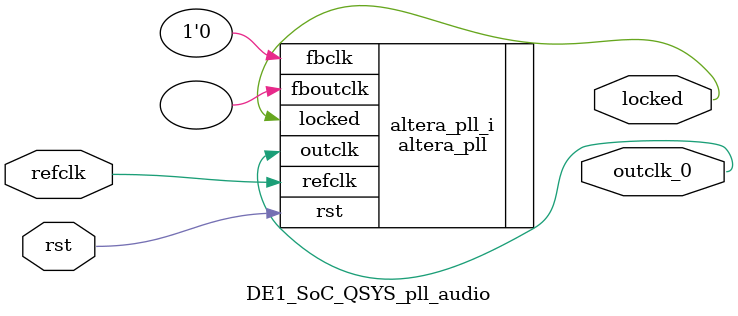
<source format=v>
`timescale 1ns/10ps
module  DE1_SoC_QSYS_pll_audio(

	// interface 'refclk'
	input wire refclk,

	// interface 'reset'
	input wire rst,

	// interface 'outclk0'
	output wire outclk_0,

	// interface 'locked'
	output wire locked
);

	altera_pll #(
		.fractional_vco_multiplier("true"),
		.reference_clock_frequency("50.0 MHz"),
		.operation_mode("normal"),
		.number_of_clocks(1),
		.output_clock_frequency0("18.432000 MHz"),
		.phase_shift0("0 ps"),
		.duty_cycle0(50),
		.output_clock_frequency1("0 MHz"),
		.phase_shift1("0 ps"),
		.duty_cycle1(50),
		.output_clock_frequency2("0 MHz"),
		.phase_shift2("0 ps"),
		.duty_cycle2(50),
		.output_clock_frequency3("0 MHz"),
		.phase_shift3("0 ps"),
		.duty_cycle3(50),
		.output_clock_frequency4("0 MHz"),
		.phase_shift4("0 ps"),
		.duty_cycle4(50),
		.output_clock_frequency5("0 MHz"),
		.phase_shift5("0 ps"),
		.duty_cycle5(50),
		.output_clock_frequency6("0 MHz"),
		.phase_shift6("0 ps"),
		.duty_cycle6(50),
		.output_clock_frequency7("0 MHz"),
		.phase_shift7("0 ps"),
		.duty_cycle7(50),
		.output_clock_frequency8("0 MHz"),
		.phase_shift8("0 ps"),
		.duty_cycle8(50),
		.output_clock_frequency9("0 MHz"),
		.phase_shift9("0 ps"),
		.duty_cycle9(50),
		.output_clock_frequency10("0 MHz"),
		.phase_shift10("0 ps"),
		.duty_cycle10(50),
		.output_clock_frequency11("0 MHz"),
		.phase_shift11("0 ps"),
		.duty_cycle11(50),
		.output_clock_frequency12("0 MHz"),
		.phase_shift12("0 ps"),
		.duty_cycle12(50),
		.output_clock_frequency13("0 MHz"),
		.phase_shift13("0 ps"),
		.duty_cycle13(50),
		.output_clock_frequency14("0 MHz"),
		.phase_shift14("0 ps"),
		.duty_cycle14(50),
		.output_clock_frequency15("0 MHz"),
		.phase_shift15("0 ps"),
		.duty_cycle15(50),
		.output_clock_frequency16("0 MHz"),
		.phase_shift16("0 ps"),
		.duty_cycle16(50),
		.output_clock_frequency17("0 MHz"),
		.phase_shift17("0 ps"),
		.duty_cycle17(50),
		.pll_type("General"),
		.pll_subtype("General")
	) altera_pll_i (
		.rst	(rst),
		.outclk	({outclk_0}),
		.locked	(locked),
		.fboutclk	( ),
		.fbclk	(1'b0),
		.refclk	(refclk)
	);
endmodule


</source>
